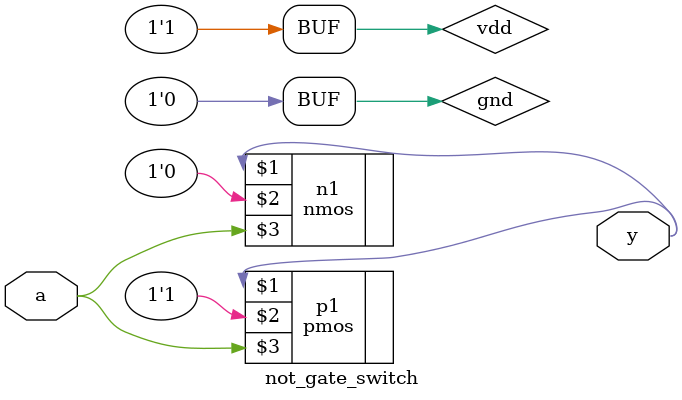
<source format=v>
`timescale 1ns / 1ps


module not_gate_switch(
input a,
output y);

    supply1 vdd;
    supply0 gnd;
    
    
    pmos p1(y,vdd,a);
    nmos n1(y,gnd,a);
endmodule

</source>
